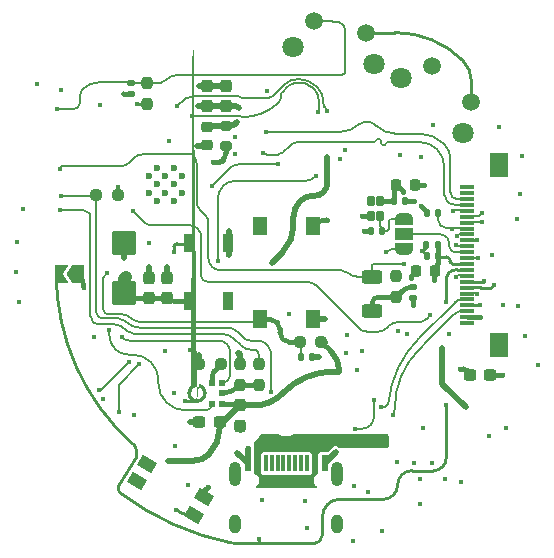
<source format=gbr>
%TF.GenerationSoftware,KiCad,Pcbnew,8.0.5*%
%TF.CreationDate,2025-01-09T20:35:52+01:00*%
%TF.ProjectId,test,74657374-2e6b-4696-9361-645f70636258,rev?*%
%TF.SameCoordinates,PX517370cPY341b1c8*%
%TF.FileFunction,Copper,L1,Top*%
%TF.FilePolarity,Positive*%
%FSLAX46Y46*%
G04 Gerber Fmt 4.6, Leading zero omitted, Abs format (unit mm)*
G04 Created by KiCad (PCBNEW 8.0.5) date 2025-01-09 20:35:52*
%MOMM*%
%LPD*%
G01*
G04 APERTURE LIST*
G04 Aperture macros list*
%AMRoundRect*
0 Rectangle with rounded corners*
0 $1 Rounding radius*
0 $2 $3 $4 $5 $6 $7 $8 $9 X,Y pos of 4 corners*
0 Add a 4 corners polygon primitive as box body*
4,1,4,$2,$3,$4,$5,$6,$7,$8,$9,$2,$3,0*
0 Add four circle primitives for the rounded corners*
1,1,$1+$1,$2,$3*
1,1,$1+$1,$4,$5*
1,1,$1+$1,$6,$7*
1,1,$1+$1,$8,$9*
0 Add four rect primitives between the rounded corners*
20,1,$1+$1,$2,$3,$4,$5,0*
20,1,$1+$1,$4,$5,$6,$7,0*
20,1,$1+$1,$6,$7,$8,$9,0*
20,1,$1+$1,$8,$9,$2,$3,0*%
%AMRotRect*
0 Rectangle, with rotation*
0 The origin of the aperture is its center*
0 $1 length*
0 $2 width*
0 $3 Rotation angle, in degrees counterclockwise*
0 Add horizontal line*
21,1,$1,$2,0,0,$3*%
%AMFreePoly0*
4,1,53,0.180798,1.454629,0.352531,1.394537,0.506585,1.297738,0.635238,1.169085,0.732037,1.015031,0.792129,0.843298,0.812500,0.662500,0.792129,0.481702,0.732037,0.309969,0.635238,0.155915,0.506585,0.027262,0.352531,-0.069537,0.180798,-0.129629,0.000000,-0.150000,-0.180798,-0.129629,-0.352531,-0.069537,-0.506585,0.027262,-0.635238,0.155915,-0.732037,0.309969,-0.792129,0.481702,
-0.812500,0.662500,-0.517770,0.662500,-0.496797,0.516627,-0.435576,0.382572,-0.339067,0.271196,-0.215089,0.191520,-0.073686,0.150000,0.073686,0.150000,0.215089,0.191520,0.339067,0.271196,0.435576,0.382572,0.496797,0.516627,0.517770,0.662500,0.496797,0.808373,0.435576,0.942428,0.339067,1.053804,0.215089,1.133480,0.073686,1.175000,-0.073686,1.175000,-0.215089,1.133480,
-0.339067,1.053804,-0.435576,0.942428,-0.496797,0.808373,-0.517770,0.662500,-0.812500,0.662500,-0.792129,0.843298,-0.732037,1.015031,-0.635238,1.169085,-0.506585,1.297738,-0.352531,1.394537,-0.180798,1.454629,0.000000,1.475000,0.180798,1.454629,0.180798,1.454629,$1*%
%AMFreePoly1*
4,1,6,1.000000,0.000000,0.500000,-0.750000,-0.500000,-0.750000,-0.500000,0.750000,0.500000,0.750000,1.000000,0.000000,1.000000,0.000000,$1*%
%AMFreePoly2*
4,1,6,0.500000,-0.750000,-0.650000,-0.750000,-0.150000,0.000000,-0.650000,0.750000,0.500000,0.750000,0.500000,-0.750000,0.500000,-0.750000,$1*%
%AMFreePoly3*
4,1,19,0.550000,-0.750000,0.000000,-0.750000,0.000000,-0.744911,-0.071157,-0.744911,-0.207708,-0.704816,-0.327430,-0.627875,-0.420627,-0.520320,-0.479746,-0.390866,-0.500000,-0.250000,-0.500000,0.250000,-0.479746,0.390866,-0.420627,0.520320,-0.327430,0.627875,-0.207708,0.704816,-0.071157,0.744911,0.000000,0.744911,0.000000,0.750000,0.550000,0.750000,0.550000,-0.750000,0.550000,-0.750000,
$1*%
%AMFreePoly4*
4,1,19,0.000000,0.744911,0.071157,0.744911,0.207708,0.704816,0.327430,0.627875,0.420627,0.520320,0.479746,0.390866,0.500000,0.250000,0.500000,-0.250000,0.479746,-0.390866,0.420627,-0.520320,0.327430,-0.627875,0.207708,-0.704816,0.071157,-0.744911,0.000000,-0.744911,0.000000,-0.750000,-0.550000,-0.750000,-0.550000,0.750000,0.000000,0.750000,0.000000,0.744911,0.000000,0.744911,
$1*%
G04 Aperture macros list end*
%TA.AperFunction,Conductor*%
%ADD10C,0.250000*%
%TD*%
%TA.AperFunction,SMDPad,CuDef*%
%ADD11RoundRect,0.237500X0.237500X-0.300000X0.237500X0.300000X-0.237500X0.300000X-0.237500X-0.300000X0*%
%TD*%
%TA.AperFunction,SMDPad,CuDef*%
%ADD12RoundRect,0.140000X-0.140000X-0.170000X0.140000X-0.170000X0.140000X0.170000X-0.140000X0.170000X0*%
%TD*%
%TA.AperFunction,SMDPad,CuDef*%
%ADD13R,0.900000X1.500000*%
%TD*%
%TA.AperFunction,SMDPad,CuDef*%
%ADD14RotRect,1.400000X1.000000X330.000000*%
%TD*%
%TA.AperFunction,SMDPad,CuDef*%
%ADD15RoundRect,0.200000X0.275000X-0.200000X0.275000X0.200000X-0.275000X0.200000X-0.275000X-0.200000X0*%
%TD*%
%TA.AperFunction,SMDPad,CuDef*%
%ADD16RoundRect,0.237500X-0.250000X-0.237500X0.250000X-0.237500X0.250000X0.237500X-0.250000X0.237500X0*%
%TD*%
%TA.AperFunction,SMDPad,CuDef*%
%ADD17R,1.300000X1.550000*%
%TD*%
%TA.AperFunction,SMDPad,CuDef*%
%ADD18RoundRect,0.237500X0.300000X0.237500X-0.300000X0.237500X-0.300000X-0.237500X0.300000X-0.237500X0*%
%TD*%
%TA.AperFunction,SMDPad,CuDef*%
%ADD19RoundRect,0.225000X-0.250000X0.225000X-0.250000X-0.225000X0.250000X-0.225000X0.250000X0.225000X0*%
%TD*%
%TA.AperFunction,SMDPad,CuDef*%
%ADD20R,0.522000X0.600000*%
%TD*%
%TA.AperFunction,SMDPad,CuDef*%
%ADD21FreePoly0,0.000000*%
%TD*%
%TA.AperFunction,SMDPad,CuDef*%
%ADD22RoundRect,0.237500X0.237500X-0.250000X0.237500X0.250000X-0.237500X0.250000X-0.237500X-0.250000X0*%
%TD*%
%TA.AperFunction,SMDPad,CuDef*%
%ADD23RoundRect,0.237500X-0.237500X0.300000X-0.237500X-0.300000X0.237500X-0.300000X0.237500X0.300000X0*%
%TD*%
%TA.AperFunction,ComponentPad*%
%ADD24C,1.803400*%
%TD*%
%TA.AperFunction,ComponentPad*%
%ADD25C,1.498600*%
%TD*%
%TA.AperFunction,SMDPad,CuDef*%
%ADD26R,1.300000X0.300000*%
%TD*%
%TA.AperFunction,SMDPad,CuDef*%
%ADD27R,1.600000X2.000000*%
%TD*%
%TA.AperFunction,SMDPad,CuDef*%
%ADD28RoundRect,0.140000X0.140000X0.170000X-0.140000X0.170000X-0.140000X-0.170000X0.140000X-0.170000X0*%
%TD*%
%TA.AperFunction,SMDPad,CuDef*%
%ADD29RoundRect,0.225000X0.225000X0.250000X-0.225000X0.250000X-0.225000X-0.250000X0.225000X-0.250000X0*%
%TD*%
%TA.AperFunction,SMDPad,CuDef*%
%ADD30RoundRect,0.250000X0.625000X-0.312500X0.625000X0.312500X-0.625000X0.312500X-0.625000X-0.312500X0*%
%TD*%
%TA.AperFunction,SMDPad,CuDef*%
%ADD31RoundRect,0.225000X-0.225000X-0.250000X0.225000X-0.250000X0.225000X0.250000X-0.225000X0.250000X0*%
%TD*%
%TA.AperFunction,SMDPad,CuDef*%
%ADD32RoundRect,0.030000X-0.270000X0.357500X-0.270000X-0.357500X0.270000X-0.357500X0.270000X0.357500X0*%
%TD*%
%TA.AperFunction,SMDPad,CuDef*%
%ADD33RoundRect,0.140000X-0.170000X0.140000X-0.170000X-0.140000X0.170000X-0.140000X0.170000X0.140000X0*%
%TD*%
%TA.AperFunction,SMDPad,CuDef*%
%ADD34FreePoly1,180.000000*%
%TD*%
%TA.AperFunction,SMDPad,CuDef*%
%ADD35FreePoly2,180.000000*%
%TD*%
%TA.AperFunction,SMDPad,CuDef*%
%ADD36RoundRect,0.237500X-0.237500X0.250000X-0.237500X-0.250000X0.237500X-0.250000X0.237500X0.250000X0*%
%TD*%
%TA.AperFunction,ComponentPad*%
%ADD37O,1.000000X2.100000*%
%TD*%
%TA.AperFunction,ComponentPad*%
%ADD38O,1.000000X1.600000*%
%TD*%
%TA.AperFunction,SMDPad,CuDef*%
%ADD39R,0.600000X1.450000*%
%TD*%
%TA.AperFunction,SMDPad,CuDef*%
%ADD40R,0.300000X1.450000*%
%TD*%
%TA.AperFunction,SMDPad,CuDef*%
%ADD41FreePoly3,270.000000*%
%TD*%
%TA.AperFunction,SMDPad,CuDef*%
%ADD42R,1.500000X1.000000*%
%TD*%
%TA.AperFunction,SMDPad,CuDef*%
%ADD43FreePoly4,270.000000*%
%TD*%
%TA.AperFunction,SMDPad,CuDef*%
%ADD44RoundRect,0.237500X0.250000X0.237500X-0.250000X0.237500X-0.250000X-0.237500X0.250000X-0.237500X0*%
%TD*%
%TA.AperFunction,SMDPad,CuDef*%
%ADD45RoundRect,0.100000X-0.900000X0.900000X-0.900000X-0.900000X0.900000X-0.900000X0.900000X0.900000X0*%
%TD*%
%TA.AperFunction,HeatsinkPad*%
%ADD46C,0.600000*%
%TD*%
%TA.AperFunction,ViaPad*%
%ADD47C,0.420000*%
%TD*%
%TA.AperFunction,Conductor*%
%ADD48C,0.200000*%
%TD*%
%TA.AperFunction,Conductor*%
%ADD49C,0.400000*%
%TD*%
%TA.AperFunction,Conductor*%
%ADD50C,0.500000*%
%TD*%
%TA.AperFunction,Conductor*%
%ADD51C,1.000000*%
%TD*%
%TA.AperFunction,Conductor*%
%ADD52C,0.160000*%
%TD*%
G04 APERTURE END LIST*
D10*
%TO.N,PMIC_PWRON*%
X-4610170Y-22910845D02*
G75*
G02*
X-14070000Y-18660000I4610170J22910845D01*
G01*
X-13017744Y-14518637D02*
G75*
G02*
X-19499999Y-50000I13017744J14518637D01*
G01*
X-14130000Y-17920000D02*
X-12710000Y-15600000D01*
%TD*%
D11*
%TO.P,C2,1*%
%TO.N,+3V3*%
X-6680000Y14097500D03*
%TO.P,C2,2*%
%TO.N,GND*%
X-6680000Y15822500D03*
%TD*%
D12*
%TO.P,C30,1*%
%TO.N,SW_L1*%
X1230000Y-7170000D03*
%TO.P,C30,2*%
%TO.N,GND*%
X2190000Y-7170000D03*
%TD*%
D13*
%TO.P,D4,1,VDD*%
%TO.N,VSYS*%
X-8215000Y-2440000D03*
%TO.P,D4,2,DOUT*%
%TO.N,unconnected-(D4-DOUT-Pad2)*%
X-4915000Y-2440000D03*
%TO.P,D4,3,VSS*%
%TO.N,GND*%
X-4915000Y2460000D03*
%TO.P,D4,4,DIN*%
%TO.N,LEDCNTRL*%
X-8215000Y2460000D03*
%TD*%
D14*
%TO.P,SW4,*%
%TO.N,*%
X-11789872Y-16217547D03*
X-12639871Y-17689790D03*
%TO.P,SW4,1,1*%
%TO.N,GND*%
X-6940128Y-19017547D03*
%TO.P,SW4,2,2*%
%TO.N,Net-(JP2-A)*%
X-7790129Y-20489791D03*
%TD*%
D15*
%TO.P,R1,1*%
%TO.N,+3V3*%
X-5130000Y10725000D03*
%TO.P,R1,2*%
%TO.N,EN*%
X-5130000Y12375000D03*
%TD*%
D16*
%TO.P,R2,1*%
%TO.N,GND*%
X-7392500Y-7750000D03*
%TO.P,R2,2*%
%TO.N,Net-(MK2-LR)*%
X-5567500Y-7750000D03*
%TD*%
D17*
%TO.P,SW5,*%
%TO.N,*%
X-2250000Y3975000D03*
%TO.P,SW5,1,1*%
%TO.N,GND*%
X2250000Y3975000D03*
X2250000Y-3975000D03*
%TO.P,SW5,2,2*%
%TO.N,SW_L1*%
X-2250000Y-3975000D03*
%TD*%
D18*
%TO.P,C21,1*%
%TO.N,GND*%
X17240000Y-8680000D03*
%TO.P,C21,2*%
%TO.N,VSYS*%
X15515000Y-8680000D03*
%TD*%
D19*
%TO.P,C1,1*%
%TO.N,EN*%
X-6700000Y12325000D03*
%TO.P,C1,2*%
%TO.N,GND*%
X-6700000Y10775000D03*
%TD*%
D20*
%TO.P,MK2,1,WS*%
%TO.N,WS_MIC*%
X-5478000Y-9330000D03*
%TO.P,MK2,2,LR*%
%TO.N,Net-(MK2-LR)*%
X-6300000Y-9330000D03*
D21*
%TO.P,MK2,3,GND*%
%TO.N,GND*%
X-7552000Y-10892500D03*
D20*
%TO.P,MK2,4,SCK*%
%TO.N,BCLK_MIC*%
X-6300000Y-11130000D03*
%TO.P,MK2,5,VDD*%
%TO.N,+3V3*%
X-5478000Y-11130000D03*
%TO.P,MK2,6,SD*%
%TO.N,Net-(MK2-SD)*%
X-5478000Y-10230000D03*
%TD*%
D18*
%TO.P,C4,1*%
%TO.N,+3V3*%
X-5637500Y-12690000D03*
%TO.P,C4,2*%
%TO.N,GND*%
X-7362500Y-12690000D03*
%TD*%
D22*
%TO.P,R12,1*%
%TO.N,+3V3*%
X-11780000Y14257500D03*
%TO.P,R12,2*%
%TO.N,SW_L3*%
X-11780000Y16082500D03*
%TD*%
D12*
%TO.P,C29,1*%
%TO.N,+3V3CAM*%
X9110000Y6080000D03*
%TO.P,C29,2*%
%TO.N,GND*%
X10070000Y6080000D03*
%TD*%
D23*
%TO.P,C26,1*%
%TO.N,GND*%
X-11670000Y-455000D03*
%TO.P,C26,2*%
%TO.N,VSYS*%
X-11670000Y-2180000D03*
%TD*%
D24*
%TO.P,SW2,*%
%TO.N,*%
X14927083Y11787951D03*
X9717637Y16478557D03*
D25*
%TO.P,SW2,1,1*%
%TO.N,GND*%
X15660772Y14478363D03*
%TO.P,SW2,2,2*%
%TO.N,SW_L2*%
X12316619Y17489452D03*
%TD*%
D26*
%TO.P,U3,1,NC*%
%TO.N,unconnected-(U3-NC-Pad1)*%
X15330000Y-4280000D03*
%TO.P,U3,2,AGND*%
%TO.N,GND*%
X15330000Y-3780000D03*
%TO.P,U3,3,SDA*%
%TO.N,CAM_SDA*%
X15330000Y-3280000D03*
%TO.P,U3,4,AVDD*%
%TO.N,+2V8*%
X15330000Y-2780000D03*
%TO.P,U3,5,SCL*%
%TO.N,CAM_SCL*%
X15330000Y-2280000D03*
%TO.P,U3,6,RESET*%
%TO.N,CAM_RESET*%
X15330000Y-1780000D03*
%TO.P,U3,7,VSYNC*%
%TO.N,CAM_VSYNC*%
X15330000Y-1280000D03*
%TO.P,U3,8,PWDN*%
%TO.N,CAM_PWDN*%
X15330000Y-780000D03*
%TO.P,U3,9,HREF*%
%TO.N,CAM_HREF*%
X15330000Y-280000D03*
%TO.P,U3,10,DVDD*%
%TO.N,+1V5*%
X15330000Y220000D03*
%TO.P,U3,11,DOVDD*%
%TO.N,+3V3CAM*%
X15330000Y720000D03*
%TO.P,U3,12,Y9*%
%TO.N,CAM_Y9*%
X15330000Y1220000D03*
%TO.P,U3,13,MCLK*%
%TO.N,Net-(JP1-C)*%
X15330000Y1720000D03*
%TO.P,U3,14,Y8*%
%TO.N,CAM_Y8*%
X15330000Y2220000D03*
%TO.P,U3,15,DGND*%
%TO.N,GND*%
X15330000Y2720000D03*
%TO.P,U3,16,Y7*%
%TO.N,CAM_Y7*%
X15330000Y3220000D03*
%TO.P,U3,17,PCLK*%
%TO.N,CAM_PCLK*%
X15330000Y3720000D03*
%TO.P,U3,18,Y6*%
%TO.N,CAM_Y6*%
X15330000Y4220000D03*
%TO.P,U3,19,Y2*%
%TO.N,CAM_Y2*%
X15330000Y4720000D03*
%TO.P,U3,20,Y5*%
%TO.N,CAM_Y5*%
X15330000Y5220000D03*
%TO.P,U3,21,Y3*%
%TO.N,CAM_Y3*%
X15330000Y5720000D03*
%TO.P,U3,22,Y4*%
%TO.N,CAM_Y4*%
X15330000Y6220000D03*
%TO.P,U3,23,NC*%
%TO.N,unconnected-(U3-NC-Pad23)*%
X15330000Y6720000D03*
%TO.P,U3,24,NC*%
%TO.N,unconnected-(U3-NC-Pad24)*%
X15330000Y7220000D03*
D27*
%TO.P,U3,MP*%
%TO.N,N/C*%
X18010000Y-6130000D03*
X18010000Y9070000D03*
%TD*%
D28*
%TO.P,C33,1*%
%TO.N,CAM_CLKINTRNL*%
X8120000Y3538000D03*
%TO.P,C33,2*%
%TO.N,GND*%
X7160000Y3538000D03*
%TD*%
D29*
%TO.P,C23,1*%
%TO.N,GND*%
X10855000Y7440000D03*
%TO.P,C23,2*%
%TO.N,+3V3CAM*%
X9305000Y7440000D03*
%TD*%
D16*
%TO.P,R10,1*%
%TO.N,PMIC_IRQ*%
X-16092500Y6530000D03*
%TO.P,R10,2*%
%TO.N,+3V3*%
X-14267500Y6530000D03*
%TD*%
D22*
%TO.P,R3,1*%
%TO.N,Net-(MK2-SD)*%
X-3949500Y-9552500D03*
%TO.P,R3,2*%
%TO.N,GND*%
X-3949500Y-7727500D03*
%TD*%
D23*
%TO.P,C25,1*%
%TO.N,GND*%
X-10120000Y-437500D03*
%TO.P,C25,2*%
%TO.N,VSYS*%
X-10120000Y-2162500D03*
%TD*%
D28*
%TO.P,C31,1*%
%TO.N,+3V3CAM*%
X12830000Y1390000D03*
%TO.P,C31,2*%
%TO.N,GND*%
X11870000Y1390000D03*
%TD*%
D30*
%TO.P,NC3,1*%
%TO.N,Net-(C13-Pad1)*%
X7257500Y-3264500D03*
%TO.P,NC3,2*%
%TO.N,CAM_RESET*%
X7257500Y-339500D03*
%TD*%
D11*
%TO.P,C3,1*%
%TO.N,+3V3*%
X-5110000Y14097500D03*
%TO.P,C3,2*%
%TO.N,GND*%
X-5110000Y15822500D03*
%TD*%
D31*
%TO.P,C24,1*%
%TO.N,GND*%
X11012500Y148000D03*
%TO.P,C24,2*%
%TO.N,+3V3CAM*%
X12562500Y148000D03*
%TD*%
D32*
%TO.P,U4,1,OE*%
%TO.N,unconnected-(U4-OE-Pad1)*%
X7140000Y6053400D03*
%TO.P,U4,2,GND*%
%TO.N,GND*%
X7140000Y4778400D03*
%TO.P,U4,3,OUT*%
%TO.N,CAM_CLKINTRNL*%
X7940000Y4778400D03*
%TO.P,U4,4,VDD*%
%TO.N,+3V3CAM*%
X7940000Y6053400D03*
%TD*%
D33*
%TO.P,C13,1*%
%TO.N,Net-(C13-Pad1)*%
X10740000Y-1190000D03*
%TO.P,C13,2*%
%TO.N,GND*%
X10740000Y-2150000D03*
%TD*%
D34*
%TO.P,JP3,1,A*%
%TO.N,Net-(JP3-A)*%
X-17670000Y-100000D03*
D35*
%TO.P,JP3,2,B*%
%TO.N,PMIC_PWRON*%
X-19120000Y-100000D03*
%TD*%
D36*
%TO.P,R4,1*%
%TO.N,I2SDAT_MIC*%
X-2359500Y-7707500D03*
%TO.P,R4,2*%
%TO.N,Net-(MK2-SD)*%
X-2359500Y-9532500D03*
%TD*%
D37*
%TO.P,P1,*%
%TO.N,*%
X-4320000Y-17080000D03*
D38*
X-4320000Y-21260000D03*
D37*
X4320000Y-17080000D03*
D39*
%TO.P,P1,A1,GND*%
%TO.N,GND*%
X-3250000Y-16165000D03*
%TO.P,P1,A4,VBUS*%
%TO.N,VBUS*%
X-2450000Y-16165000D03*
D40*
%TO.P,P1,A5,CC*%
%TO.N,unconnected-(P1-CC-PadA5)*%
X-1250000Y-16165000D03*
%TO.P,P1,A6,D+*%
%TO.N,unconnected-(P1-D+-PadA6)*%
X-250000Y-16165000D03*
%TO.P,P1,A7,D-*%
%TO.N,unconnected-(P1-D--PadA7)*%
X250000Y-16165000D03*
%TO.P,P1,A8*%
%TO.N,N/C*%
X1250000Y-16165000D03*
D39*
%TO.P,P1,A9,VBUS*%
%TO.N,VBUS*%
X2450000Y-16165000D03*
%TO.P,P1,A12,GND*%
%TO.N,GND*%
X3250000Y-16165000D03*
%TO.P,P1,B1,GND*%
X3250000Y-16165000D03*
%TO.P,P1,B4,VBUS*%
%TO.N,VBUS*%
X2450000Y-16165000D03*
D40*
%TO.P,P1,B5,VCONN*%
%TO.N,unconnected-(P1-VCONN-PadB5)*%
X1750000Y-16165000D03*
%TO.P,P1,B6*%
%TO.N,N/C*%
X750000Y-16165000D03*
%TO.P,P1,B7*%
X-750000Y-16165000D03*
%TO.P,P1,B8*%
X-1750000Y-16165000D03*
D39*
%TO.P,P1,B9,VBUS*%
%TO.N,VBUS*%
X-2450000Y-16165000D03*
%TO.P,P1,B12,GND*%
%TO.N,GND*%
X-3250000Y-16165000D03*
D38*
%TO.P,P1,S1,SHIELD*%
%TO.N,Net-(P1-SHIELD)*%
X4320000Y-21260000D03*
%TD*%
D33*
%TO.P,C27,1*%
%TO.N,SW_L3*%
X-13170000Y16050000D03*
%TO.P,C27,2*%
%TO.N,GND*%
X-13170000Y15090000D03*
%TD*%
D23*
%TO.P,C5,1*%
%TO.N,+3V3*%
X-3939500Y-11257500D03*
%TO.P,C5,2*%
%TO.N,GND*%
X-3939500Y-12982500D03*
%TD*%
D24*
%TO.P,SW1,*%
%TO.N,*%
X7456432Y17622643D03*
X599616Y19080103D03*
D25*
%TO.P,SW1,1,1*%
%TO.N,GND*%
X6746619Y20319452D03*
%TO.P,SW1,2,2*%
%TO.N,SW_L3*%
X2344953Y21255056D03*
%TD*%
D28*
%TO.P,C9,1*%
%TO.N,CAM_PCLK*%
X12830000Y5000000D03*
%TO.P,C9,2*%
%TO.N,GND*%
X11870000Y5000000D03*
%TD*%
D41*
%TO.P,JP1,1,A*%
%TO.N,CAM_CLKINTRNL*%
X9940000Y4560000D03*
D42*
%TO.P,JP1,2,C*%
%TO.N,Net-(JP1-C)*%
X9940000Y3260000D03*
D43*
%TO.P,JP1,3,B*%
%TO.N,CAM_MCLK*%
X9940000Y1960000D03*
%TD*%
D44*
%TO.P,R15,1*%
%TO.N,+3V3*%
X2965000Y-5860000D03*
%TO.P,R15,2*%
%TO.N,SW_L1*%
X1140000Y-5860000D03*
%TD*%
D45*
%TO.P,3v3J2,1,Pin_1*%
%TO.N,GND*%
X-13710000Y2516100D03*
%TO.P,3v3J2,2,Pin_2*%
%TO.N,VSYS*%
X-13710000Y-1751100D03*
%TD*%
D28*
%TO.P,C10,1*%
%TO.N,+3V3CAM*%
X12820000Y2360000D03*
%TO.P,C10,2*%
%TO.N,GND*%
X11860000Y2360000D03*
%TD*%
D22*
%TO.P,R7,1*%
%TO.N,Net-(C13-Pad1)*%
X9250000Y-2105000D03*
%TO.P,R7,2*%
%TO.N,+3V3CAM*%
X9250000Y-280000D03*
%TD*%
D46*
%TO.P,U2,41,GND*%
%TO.N,GND*%
X-8845000Y6760000D03*
X-8845000Y8160000D03*
X-9545000Y6060000D03*
X-9545000Y7460000D03*
X-9545000Y8860000D03*
X-10245000Y6760000D03*
X-10245000Y8160000D03*
X-10945000Y6060000D03*
X-10945000Y7460000D03*
X-10945000Y8860000D03*
X-11645000Y6760000D03*
X-11645000Y8160000D03*
%TD*%
D47*
%TO.N,GND*%
X-22920000Y60000D03*
X3400000Y4450000D03*
X11370000Y9810000D03*
X-4910000Y1460000D03*
X-1670000Y15400000D03*
X-3940000Y-13322700D03*
X-13780000Y15130000D03*
X-15740000Y14170000D03*
X14750000Y-17710000D03*
X19990000Y9870000D03*
X10710000Y-2760000D03*
X-2030000Y-19260000D03*
X-4150000Y-15260000D03*
X18600000Y-13200000D03*
X200000Y-3490000D03*
X-7550000Y10680000D03*
X-4390000Y11510000D03*
X-7420000Y15830000D03*
X5160000Y-5280000D03*
X-12890000Y-12090000D03*
X-16270000Y-5490000D03*
X1580000Y-19310000D03*
X5600000Y-22700000D03*
X6610000Y3530000D03*
X12300000Y-16140000D03*
X5690000Y-18060000D03*
X19790000Y6650000D03*
X6010000Y-8270000D03*
X-6640000Y-18180000D03*
X16170000Y2750000D03*
X-8570000Y-10900000D03*
X18321724Y-8700000D03*
X-10120000Y470000D03*
X18010000Y12340000D03*
X-4890000Y3500000D03*
X-9450000Y-14700000D03*
X5000000Y10400000D03*
X5050000Y-6780000D03*
X-3240000Y-14910000D03*
X-4060000Y-6810000D03*
X3290000Y-3970000D03*
X21320000Y-7810000D03*
X8130000Y-21850000D03*
X17450000Y1450000D03*
X16380000Y-3740000D03*
X6420002Y4790000D03*
X2740000Y-7170000D03*
X4170000Y-15230000D03*
X-7400000Y-7020000D03*
X-15560000Y-10750000D03*
X18350000Y-2760000D03*
X19560000Y4560000D03*
X11481511Y1830000D03*
X20172490Y-5397500D03*
X11280000Y-19600000D03*
X-8140000Y-12690000D03*
X-4340000Y10020000D03*
X11420001Y5609999D03*
X-19100000Y15410000D03*
X10560000Y-480000D03*
X9380000Y-16080000D03*
X10799998Y6040000D03*
X6420000Y-6620000D03*
X1730000Y-21660000D03*
X-10250000Y-6610000D03*
X-11610000Y2540000D03*
X-22810000Y2600000D03*
X-22620000Y-2500000D03*
X-8170000Y-6570000D03*
X11340000Y-17500000D03*
X-21082000Y16002000D03*
X-13710000Y1230000D03*
X11660000Y7440000D03*
X17190000Y-13860000D03*
X-9980000Y11170000D03*
X9460000Y-4940000D03*
X-11670000Y470000D03*
X13400000Y-17500000D03*
X-22300000Y5380000D03*
X10840000Y-16120000D03*
X6930000Y-18580000D03*
X12390000Y12450000D03*
X-8290000Y-17960000D03*
%TO.N,EN*%
X-4145016Y12715016D03*
%TO.N,+3V3*%
X4460000Y-8380000D03*
X4540000Y9580000D03*
X-12653917Y14257476D03*
X2810000Y-8507657D03*
X9600000Y9930000D03*
X-5780000Y-14130000D03*
X13800000Y-5200000D03*
X-10040000Y-15920000D03*
X-4045538Y13910000D03*
X-6250000Y9330000D03*
X19570000Y-2799998D03*
X-14267500Y7200000D03*
X-7470000Y14090000D03*
%TO.N,VSYS*%
X-9510000Y-10180000D03*
X14710000Y-8150000D03*
X10200000Y-5200000D03*
X11600000Y-13170000D03*
X3470000Y9780000D03*
X-13600000Y-200000D03*
X-1240000Y830000D03*
%TO.N,CAM_PCLK*%
X14050000Y3720000D03*
%TO.N,+2V8*%
X16354141Y-2759998D03*
%TO.N,VBUS*%
X6840000Y-13960000D03*
X7980000Y-13960000D03*
%TO.N,SW_L3*%
X-19450000Y13820000D03*
%TO.N,SW_L1*%
X-15150000Y-70000D03*
%TO.N,Net-(D1-K)*%
X5780000Y-13230000D03*
X7390000Y-10780000D03*
%TO.N,+3V3CAM*%
X12460000Y-650000D03*
X15200000Y-11400000D03*
X13200000Y-6400000D03*
X9200000Y0D03*
X9890000Y6820000D03*
%TO.N,LEDCNTRL*%
X-9530000Y1720000D03*
%TO.N,RXD*%
X2710000Y13630000D03*
X-7980000Y13240000D03*
%TO.N,TXD*%
X3410000Y13640000D03*
X-9264693Y14114693D03*
%TO.N,GPIO0*%
X-713589Y9164400D03*
X-6340000Y7310000D03*
%TO.N,GPIO46*%
X-5810000Y1000000D03*
X2530000Y8170000D03*
%TO.N,CAM_PWDN*%
X16690000Y-740000D03*
%TO.N,CAM_RESET*%
X10000000Y700000D03*
X16130000Y-1800000D03*
X-19200000Y8800000D03*
%TO.N,PMIC_PWRON*%
X13530000Y-11210000D03*
X-2310000Y-22590000D03*
%TO.N,I2SDAT_MIC*%
X-19170000Y5250000D03*
%TO.N,CAM_SDA*%
X8990000Y-12050000D03*
%TO.N,CAM_SCL*%
X7970000Y-11400000D03*
%TO.N,PMIC_IRQ*%
X-19110000Y6510000D03*
X-1330000Y-10120000D03*
%TO.N,BCLK_AMP*%
X-15900000Y-9930000D03*
X-13360000Y-7580000D03*
%TO.N,WS_AMP*%
X-14180000Y-11800000D03*
X-12440000Y-7760000D03*
%TO.N,CAM_Y3*%
X-1940000Y10110000D03*
%TO.N,CAM_MCLK*%
X8470000Y1770000D03*
%TO.N,BCLK_MIC*%
X-15030000Y-4880000D03*
%TO.N,CAM_Y5*%
X14120000Y5230000D03*
%TO.N,CAM_Y6*%
X16550000Y4260000D03*
%TO.N,WS_MIC*%
X-13920000Y-5490000D03*
%TO.N,CAM_Y4*%
X-1720000Y11930000D03*
%TO.N,CAM_Y8*%
X14319117Y2319117D03*
%TO.N,CAM_VSYNC*%
X12200000Y-3600000D03*
X17550000Y-1020000D03*
X-13000000Y5200000D03*
%TO.N,CAM_Y9*%
X16230000Y1250000D03*
%TO.N,CAM_Y2*%
X16579376Y5010624D03*
%TO.N,CAM_HREF*%
X14400000Y-400000D03*
%TO.N,CAM_Y7*%
X14430000Y3130000D03*
%TO.N,+1V5*%
X13534976Y-2463401D03*
%TO.N,Net-(JP2-A)*%
X-9340000Y-20070000D03*
%TO.N,Net-(JP3-A)*%
X-17140000Y-1300000D03*
%TD*%
D48*
%TO.N,CAM_Y8*%
X14693847Y2250000D02*
X15385000Y2250000D01*
X14319117Y2319117D02*
X14485303Y2319117D01*
X14485303Y2319117D02*
X14523009Y2281411D01*
X14523009Y2281411D02*
G75*
G03*
X14693847Y2249994I178491J490389D01*
G01*
D49*
%TO.N,GND*%
X11870000Y5000000D02*
X11870000Y5160000D01*
X10560000Y-304500D02*
X10560000Y-480000D01*
D50*
X-6680000Y15822500D02*
X-7412500Y15822500D01*
X-3253536Y-16156465D02*
X-4150000Y-15260000D01*
X-3250000Y-16165000D02*
X-3250000Y-14934142D01*
D49*
X10791998Y6048000D02*
X10799998Y6040000D01*
D50*
X2250000Y-3975000D02*
X3285000Y-3975000D01*
X-5110000Y15822500D02*
X-6680000Y15822500D01*
X-6700000Y10687500D02*
X-7542500Y10687500D01*
D49*
X10707500Y-2192000D02*
X10707500Y-2753965D01*
D50*
X-7542500Y10687500D02*
X-7550000Y10680000D01*
X-7362500Y-12690000D02*
X-8140000Y-12690000D01*
X-10120000Y-437500D02*
X-10120000Y470000D01*
D10*
X-8562500Y-10892500D02*
X-8570000Y-10900000D01*
D50*
X-3949500Y-6920500D02*
X-4060000Y-6810000D01*
D49*
X10855000Y7440000D02*
X11660000Y7440000D01*
D50*
X-4890000Y1480000D02*
X-4890000Y2450000D01*
D49*
X7140000Y4778400D02*
X6431602Y4778400D01*
D10*
X6746619Y20319452D02*
X9219637Y20319452D01*
D50*
X-4890000Y2450000D02*
X-4890000Y3500000D01*
X2190000Y-7170000D02*
X2740000Y-7170000D01*
X-3250000Y-16165000D02*
X-3253536Y-16156465D01*
D49*
X10080000Y6048000D02*
X10791998Y6048000D01*
X6431602Y4778400D02*
X6420002Y4790000D01*
X-6824466Y-18364465D02*
X-6640000Y-18180000D01*
D10*
X11650000Y1720000D02*
X11581360Y1788640D01*
D49*
X6629313Y3538000D02*
X6610000Y3530000D01*
D10*
X11819164Y2119163D02*
X11590000Y1890000D01*
D49*
X11870000Y5160000D02*
X11420001Y5609999D01*
D50*
X3260607Y-16139394D02*
X4170000Y-15230000D01*
D10*
X11768252Y1601748D02*
X11650000Y1720000D01*
X-7552000Y-10892500D02*
X-8562500Y-10892500D01*
D50*
X-7412500Y15822500D02*
X-7420000Y15830000D01*
D10*
X14940000Y17950000D02*
X14950502Y17939498D01*
D49*
X11012500Y148000D02*
X10560000Y-304500D01*
D10*
X11590000Y1890000D02*
X11560234Y1862609D01*
D50*
X-3949500Y-7727500D02*
X-3949500Y-6920500D01*
X-7392500Y-7750000D02*
X-7392500Y-7038106D01*
X-7392500Y-7038106D02*
X-7400000Y-7020000D01*
D49*
X-3939500Y-12982500D02*
X-3939500Y-13322200D01*
D10*
X11481509Y1830000D02*
X11481511Y1830000D01*
X15660772Y16224755D02*
X15660772Y14478363D01*
D49*
X-3939500Y-13322200D02*
X-3940000Y-13322700D01*
X3400000Y4450000D02*
X3396751Y4450000D01*
D50*
X-13710000Y2516100D02*
X-13710000Y1230000D01*
D49*
X10707500Y-2753965D02*
X10710000Y-2760000D01*
D50*
X-11670000Y-455000D02*
X-11670000Y470000D01*
D49*
X17240000Y-8680000D02*
X18273440Y-8680000D01*
D50*
X3285000Y-3975000D02*
X3290000Y-3970000D01*
D49*
X15385000Y-3750000D02*
X16370000Y-3750000D01*
X16370000Y-3750000D02*
X16380000Y-3740000D01*
X-13150000Y15120000D02*
X-13755858Y15120000D01*
X7160000Y3538000D02*
X6629313Y3538000D01*
D10*
X15385000Y2750000D02*
X16170000Y2750000D01*
X11877500Y1338000D02*
G75*
G03*
X11768253Y1601749I-373000J0D01*
G01*
D49*
X18273440Y-8680000D02*
G75*
G02*
X18321707Y-8700017I-40J-68300D01*
G01*
D10*
X11581360Y1788640D02*
G75*
G03*
X11481509Y1830009I-99860J-99840D01*
G01*
D50*
X-3250000Y-14934142D02*
G75*
G02*
X-3240012Y-14909988I34100J42D01*
G01*
D10*
X11877500Y2260000D02*
G75*
G02*
X11819169Y2119158I-199200J0D01*
G01*
D49*
X3396751Y4450000D02*
G75*
G03*
X2249985Y3975015I-51J-1621700D01*
G01*
D10*
X11560234Y1862609D02*
G75*
G02*
X11481509Y1829984I-78734J78691D01*
G01*
X14950502Y17939498D02*
G75*
G02*
X15660752Y16224755I-1714702J-1714698D01*
G01*
D50*
X3250000Y-16165000D02*
G75*
G02*
X3260609Y-16139396I36200J0D01*
G01*
D49*
X-13755858Y15120000D02*
G75*
G02*
X-13780012Y15129988I-42J34100D01*
G01*
D10*
X9219637Y20319452D02*
G75*
G02*
X14939989Y17949989I-37J-8089852D01*
G01*
D49*
X-7070128Y-18957547D02*
G75*
G02*
X-6824436Y-18364495I838728J-53D01*
G01*
D50*
%TO.N,EN*%
X-5180000Y12412500D02*
X-5130000Y12462500D01*
X-5130000Y12462500D02*
X-4397532Y12462500D01*
X-4397532Y12462500D02*
X-4145016Y12715016D01*
X-6700000Y12412500D02*
X-5180000Y12412500D01*
%TO.N,+3V3*%
X-5110000Y14097500D02*
X-4233038Y14097500D01*
X-6680000Y14097500D02*
X-6745396Y14100688D01*
D10*
X-11780000Y14257500D02*
X-12653893Y14257500D01*
D50*
X-6745396Y14100688D02*
X-7444197Y14100688D01*
D49*
X3244436Y-5860000D02*
X2965000Y-5860000D01*
D50*
X-5184263Y-12502263D02*
X-3939500Y-11257500D01*
D49*
X-5470503Y9439498D02*
X-5400000Y9510000D01*
D50*
X4460000Y-8380000D02*
X4460000Y-8274852D01*
D10*
X-12653893Y14257500D02*
X-12653917Y14257476D01*
D50*
X4460000Y-8390000D02*
X4460000Y-8380000D01*
D49*
X-5478000Y-11130000D02*
X-4247312Y-11130000D01*
D50*
X3988306Y-8390000D02*
X4460000Y-8390000D01*
X-370000Y-10280000D02*
X-225356Y-10135356D01*
X-6680000Y14097500D02*
X-5110000Y14097500D01*
X3809566Y-6704567D02*
X3780000Y-6675000D01*
X-10040000Y-15920000D02*
X-7797106Y-15920000D01*
D10*
X-14267500Y7200000D02*
X-14267500Y6530000D01*
D50*
X-4233038Y14097500D02*
X-4045538Y13910000D01*
D48*
X-5130000Y10637500D02*
X-5130000Y10450000D01*
D49*
X3780000Y-6675000D02*
X2965000Y-5860000D01*
X-5130000Y10161837D02*
X-5130000Y10637500D01*
D50*
X-5637500Y-13120462D02*
X-5637500Y-12690000D01*
X-3939500Y-11257500D02*
X-2729893Y-11257500D01*
D49*
X-6250000Y9330000D02*
X-5734853Y9330000D01*
X-4247312Y-11130000D02*
G75*
G02*
X-3939496Y-11257496I12J-435300D01*
G01*
D50*
X-7797106Y-15920000D02*
G75*
G03*
X-6589998Y-15420002I6J1707100D01*
G01*
X-225356Y-10135356D02*
G75*
G02*
X3988306Y-8389999I4213656J-4213644D01*
G01*
X-7444197Y14100688D02*
G75*
G03*
X-7470001Y14090001I-3J-36488D01*
G01*
D49*
X-5734853Y9330000D02*
G75*
G03*
X-5470536Y9439531I-47J373800D01*
G01*
D50*
X-5637500Y-12690000D02*
G75*
G03*
X-5184258Y-12502268I0J641000D01*
G01*
D49*
X-5400000Y9510000D02*
G75*
G03*
X-5130016Y10161837I-651800J651800D01*
G01*
D50*
X-6590000Y-15420000D02*
G75*
G03*
X-5637516Y-13120462I-2299500J2299500D01*
G01*
X4460000Y-8274852D02*
G75*
G03*
X3809539Y-6704594I-2220700J-48D01*
G01*
X-2729893Y-11257500D02*
G75*
G03*
X-370002Y-10279998I-7J3337400D01*
G01*
D49*
%TO.N,VSYS*%
X15515000Y-8675000D02*
X15515000Y-8680000D01*
X-9425914Y-2450000D02*
X-8190000Y-2450000D01*
X-11670000Y-2180000D02*
X-10137500Y-2180000D01*
D51*
X-13710000Y-1751100D02*
X-13710000Y-510000D01*
D50*
X1150000Y6030000D02*
X1167451Y6047451D01*
D49*
X14710000Y-8150000D02*
X14990000Y-8150000D01*
D51*
X-13710000Y-510000D02*
X-13600000Y-400000D01*
D50*
X3470000Y7634974D02*
X3470000Y9780000D01*
X600000Y3954005D02*
X600000Y4702183D01*
D49*
X-11670000Y-2180000D02*
X-13281100Y-2180000D01*
D50*
X2260000Y6500000D02*
X2435442Y6500000D01*
X3108995Y6778995D02*
X3120000Y6790000D01*
X-1240000Y830000D02*
X-1240000Y820000D01*
X-1240000Y820000D02*
X-315000Y1745000D01*
X-315000Y1745000D02*
G75*
G03*
X599998Y3954005I-2209000J2209000D01*
G01*
D49*
X-8335000Y-2595000D02*
G75*
G03*
X-8190000Y-2450000I0J145000D01*
G01*
D50*
X2435442Y6500000D02*
G75*
G03*
X3108964Y6779026I-42J952500D01*
G01*
X1167451Y6047451D02*
G75*
G02*
X2260000Y6499999I1092549J-1092551D01*
G01*
D49*
X14990000Y-8150000D02*
G75*
G02*
X15515000Y-8675000I0J-525000D01*
G01*
X-10120000Y-2162500D02*
G75*
G03*
X-9425914Y-2450006I694100J694100D01*
G01*
D50*
X600000Y4702183D02*
G75*
G02*
X1149995Y6030005I1877800J17D01*
G01*
X3120000Y6790000D02*
G75*
G03*
X3470010Y7634974I-845000J845000D01*
G01*
D52*
%TO.N,CAM_PCLK*%
X12830000Y4476378D02*
X12830000Y5000000D01*
X13595269Y3750000D02*
X13977574Y3750000D01*
X12837500Y4468878D02*
X12830000Y4476378D01*
X15385000Y3750000D02*
X14122426Y3750000D01*
X13595269Y3750000D02*
G75*
G02*
X13040009Y3980009I31J785300D01*
G01*
X13040000Y3980000D02*
G75*
G02*
X12837491Y4468878I488900J488900D01*
G01*
X13977574Y3750000D02*
G75*
G02*
X14050008Y3720008I26J-102400D01*
G01*
X14122426Y3750000D02*
G75*
G03*
X14049992Y3720008I-26J-102400D01*
G01*
D10*
%TO.N,+2V8*%
X15385000Y-2750000D02*
X16330004Y-2750000D01*
X16330004Y-2750000D02*
G75*
G02*
X16354132Y-2760007I-4J-34100D01*
G01*
D49*
%TO.N,Net-(C13-Pad1)*%
X9709696Y-1645304D02*
X9250000Y-2105000D01*
X7257500Y-2612309D02*
X7257500Y-3264500D01*
X9250000Y-2105000D02*
X7697634Y-2105000D01*
X10707500Y-1232000D02*
G75*
G03*
X9709698Y-1645306I0J-1411100D01*
G01*
X7697634Y-2105000D02*
G75*
G03*
X7419990Y-2219990I-34J-392600D01*
G01*
X7420000Y-2220000D02*
G75*
G03*
X7257504Y-2612309I392300J-392300D01*
G01*
D48*
%TO.N,SW_L3*%
X-13174142Y16090000D02*
X-15958752Y16090000D01*
X-17460000Y14474142D02*
X-17460000Y14414558D01*
D52*
X4999401Y17105713D02*
X4999401Y17017548D01*
D48*
X-17190000Y15580000D02*
X-17200502Y15569498D01*
D52*
X-10653794Y16082500D02*
X-11780000Y16082500D01*
X3950000Y21250000D02*
X4081594Y21250000D01*
X3944944Y21255056D02*
X3950000Y21250000D01*
X4830000Y20940000D02*
X4844886Y20926312D01*
X5000000Y17120000D02*
X4999401Y17105713D01*
D48*
X-18026274Y13820000D02*
X-19450000Y13820000D01*
D52*
X2344953Y21255056D02*
X3944944Y21255056D01*
X4688579Y16750000D02*
X-9060467Y16750000D01*
X-11780000Y16082500D02*
X-13143965Y16082500D01*
D48*
X-17460000Y14943015D02*
X-17460000Y14474142D01*
D52*
X5000000Y20551834D02*
X5000000Y17120000D01*
X-13143965Y16082500D02*
X-13150000Y16080000D01*
X-10340000Y16220000D02*
X-10354886Y16206312D01*
X-9060467Y16750000D02*
G75*
G03*
X-10340010Y16220010I-33J-1809500D01*
G01*
X4844886Y20926312D02*
G75*
G02*
X5000022Y20551834I-374486J-374512D01*
G01*
D48*
X-17640000Y13980000D02*
G75*
G02*
X-18026274Y13819989I-386300J386300D01*
G01*
D52*
X4999401Y17017548D02*
G75*
G02*
X4930035Y16849965I-237001J-48D01*
G01*
D48*
X-15958752Y16090000D02*
G75*
G03*
X-17189985Y15579985I52J-1741300D01*
G01*
D52*
X4930000Y16850000D02*
G75*
G02*
X4688579Y16750009I-241400J241400D01*
G01*
X4081594Y21250000D02*
G75*
G02*
X4830002Y20940002I6J-1058400D01*
G01*
D48*
X-13150000Y16080000D02*
G75*
G03*
X-13174142Y16089983I-24100J-24100D01*
G01*
X-17200502Y15569498D02*
G75*
G03*
X-17460005Y14943015I626502J-626498D01*
G01*
D52*
X-10354886Y16206312D02*
G75*
G02*
X-10653794Y16082490I-298914J298888D01*
G01*
D48*
X-17460000Y14414558D02*
G75*
G02*
X-17640012Y13980012I-614600J42D01*
G01*
D49*
%TO.N,SW_L1*%
X-1381335Y-3975000D02*
X-2250000Y-3975000D01*
D48*
X-13990000Y-3520000D02*
X-15152721Y-3520000D01*
X-15520000Y-3067868D02*
X-15520000Y-440000D01*
X-15520000Y-440000D02*
X-15150000Y-70000D01*
D49*
X-560000Y-5070589D02*
X-560000Y-4795269D01*
D48*
X-13030000Y-3970000D02*
X-13119375Y-3880624D01*
D49*
X-790000Y-4240000D02*
X-829695Y-4203497D01*
D48*
X-2769055Y-4190000D02*
X-12498874Y-4190000D01*
D49*
X1140000Y-5860000D02*
X342426Y-5860000D01*
D48*
X1230000Y-7170000D02*
X1230000Y-6077279D01*
D49*
X342426Y-5860000D02*
X186984Y-5860000D01*
D48*
X-13119375Y-3880624D02*
G75*
G03*
X-13990000Y-3519985I-870625J-870576D01*
G01*
X-12498874Y-4190000D02*
G75*
G02*
X-13030008Y-3970008I-26J751100D01*
G01*
X-2250000Y-3975000D02*
G75*
G02*
X-2769055Y-4190018I-519100J519100D01*
G01*
D49*
X186984Y-5860000D02*
G75*
G02*
X-319996Y-5649996I16J717000D01*
G01*
X-560000Y-4795269D02*
G75*
G03*
X-790009Y-4240009I-785300J-31D01*
G01*
D48*
X-15370000Y-3430000D02*
G75*
G02*
X-15519987Y-3067868I362100J362100D01*
G01*
X-15152721Y-3520000D02*
G75*
G02*
X-15369994Y-3429994I21J307300D01*
G01*
X1230000Y-6077279D02*
G75*
G03*
X1139994Y-5860006I-307300J-21D01*
G01*
D49*
X-2286000Y-4011000D02*
G75*
G02*
X-2250000Y-3975000I36000J0D01*
G01*
X-320000Y-5650000D02*
G75*
G02*
X-559995Y-5070589I579400J579400D01*
G01*
X-829695Y-4203497D02*
G75*
G03*
X-1381335Y-3975014I-551605J-551603D01*
G01*
D48*
%TO.N,Net-(D1-K)*%
X7140000Y-12900000D02*
X7101214Y-12938786D01*
X7390000Y-10780000D02*
X7390000Y-12296447D01*
X6398162Y-13230000D02*
X5780000Y-13230000D01*
X7101214Y-12938786D02*
G75*
G02*
X6398162Y-13229963I-703014J703086D01*
G01*
X7390000Y-12296447D02*
G75*
G02*
X7139986Y-12899986I-853600J47D01*
G01*
D50*
%TO.N,+3V3CAM*%
X13200000Y-9400000D02*
X13200000Y-6400000D01*
D10*
X14044852Y750000D02*
X15385000Y750000D01*
D50*
X15200000Y-11400000D02*
X13200000Y-9400000D01*
D49*
X9120000Y6048000D02*
X9120000Y6993371D01*
X9865606Y6879395D02*
X9305000Y7440000D01*
X9890000Y6820000D02*
X9890000Y6869290D01*
D10*
X13850000Y1071006D02*
X13850000Y930710D01*
D49*
X12837500Y1338000D02*
X12837500Y811908D01*
D10*
X12837500Y1338000D02*
X13543408Y1338000D01*
D49*
X9106964Y6053400D02*
X9120000Y6048000D01*
X12837500Y1338000D02*
X12837500Y2260000D01*
D50*
X9250000Y-50000D02*
X9200000Y0D01*
D49*
X12729227Y367924D02*
X12460000Y98697D01*
X12460000Y98697D02*
X12460000Y-650000D01*
X7940000Y6053400D02*
X9106964Y6053400D01*
D50*
X9250000Y-280000D02*
X9250000Y-50000D01*
D10*
X13900000Y810000D02*
G75*
G03*
X14044852Y749980I144900J144900D01*
G01*
X13780000Y1240000D02*
G75*
G02*
X13850002Y1071006I-169000J-169000D01*
G01*
D49*
X9120000Y6993371D02*
G75*
G02*
X9304991Y7440009I631600J29D01*
G01*
X12837500Y811908D02*
G75*
G02*
X12729213Y367931I-990500J6392D01*
G01*
D10*
X13543408Y1338000D02*
G75*
G02*
X13779998Y1239998I-8J-334600D01*
G01*
X13850000Y930710D02*
G75*
G03*
X13899997Y809997I170700J-10D01*
G01*
D49*
X9890000Y6869290D02*
G75*
G02*
X9865603Y6879392I0J34510D01*
G01*
D10*
%TO.N,LEDCNTRL*%
X-9530000Y2171006D02*
X-9530000Y1720000D01*
X-8190000Y2450000D02*
X-9247574Y2450000D01*
X-9422426Y2377574D02*
X-9460000Y2340000D01*
X-9247574Y2450000D02*
G75*
G03*
X-9422444Y2377592I-26J-247300D01*
G01*
X-9460000Y2340000D02*
G75*
G03*
X-9530002Y2171006I169000J-169000D01*
G01*
D52*
%TO.N,RXD*%
X-486072Y14793603D02*
X-519781Y14624130D01*
X-441650Y15108249D02*
X-481949Y14957852D01*
X906890Y16068187D02*
X700161Y16035450D01*
X-481949Y14957852D02*
X-484148Y14880000D01*
X2728749Y13649516D02*
X2749465Y13699510D01*
X2749465Y13699510D02*
X2750000Y13726568D01*
X2710000Y13630000D02*
X2728749Y13649516D01*
X2383788Y15443035D02*
X2300000Y15530000D01*
X1939156Y15830349D02*
X1709254Y15947487D01*
X-585904Y14464488D02*
X-743390Y14310694D01*
X-519781Y14624130D02*
X-585904Y14464488D01*
X1011543Y16070000D02*
X906890Y16068187D01*
X-363800Y15243093D02*
X-441650Y15108249D01*
X700161Y16035450D02*
X501098Y15970775D01*
X70000Y15680000D02*
X-310304Y15299696D01*
X314605Y15875755D02*
X145272Y15752729D01*
X2709978Y14802852D02*
X2635357Y15032513D01*
X501098Y15970775D02*
X314605Y15875755D01*
X2147904Y15678689D02*
X1939156Y15830349D01*
X-3755865Y13151447D02*
X-3799805Y13191851D01*
X-3969650Y13240000D02*
X-7980000Y13240000D01*
X1080000Y16070000D02*
X1011543Y16070000D01*
X2750000Y14443604D02*
X2747755Y14564344D01*
X-310304Y15299696D02*
X-363800Y15243093D01*
X145272Y15752729D02*
X70000Y15680000D01*
X2747755Y14564344D02*
X2709978Y14802852D01*
X1463859Y16027219D02*
X1209012Y16067582D01*
X1209012Y16067582D02*
X1080000Y16070000D01*
X2240832Y15589167D02*
X2147904Y15678689D01*
X2525726Y15247674D02*
X2383788Y15443035D01*
X-484148Y14880000D02*
X-486072Y14793603D01*
X2750000Y13726568D02*
X2750000Y14443604D01*
X1709254Y15947487D02*
X1463859Y16027219D01*
X2635357Y15032513D02*
X2525726Y15247674D01*
X2300000Y15530000D02*
X2240832Y15589167D01*
X-743390Y14310694D02*
G75*
G02*
X-3755865Y13151437I-3001310J3305506D01*
G01*
X-3799805Y13191851D02*
G75*
G03*
X-3969649Y13239991I-154795J-222451D01*
G01*
%TO.N,TXD*%
X-192046Y15887954D02*
X-1138493Y14941507D01*
X-1480121Y14800000D02*
X-3791508Y14800000D01*
X3272928Y13997072D02*
X3220000Y14050000D01*
X3110000Y14315563D02*
X3110000Y14566031D01*
X-9219776Y14114693D02*
X-9264693Y14114693D01*
X3410000Y13640000D02*
X3410000Y13666151D01*
X2690000Y15580000D02*
X2488112Y15781888D01*
X-4201923Y14970000D02*
X-7639757Y14970000D01*
X-8618027Y14716442D02*
X-9219776Y14114693D01*
X2488112Y15781888D02*
G75*
G03*
X1020000Y16390007I-1468112J-1468088D01*
G01*
X-1138493Y14941507D02*
G75*
G02*
X-1480121Y14800005I-341607J341593D01*
G01*
X-3791508Y14800000D02*
G75*
G02*
X-4044998Y14905002I8J358500D01*
G01*
X-7639757Y14970000D02*
G75*
G03*
X-8618016Y14716421I9757J-2051400D01*
G01*
X-4045000Y14905000D02*
G75*
G03*
X-4201923Y14969990I-156900J-156900D01*
G01*
X1020000Y16390000D02*
G75*
G03*
X-192048Y15887956I0J-1714100D01*
G01*
X3410000Y13666151D02*
G75*
G03*
X3272954Y13997098I-468000J49D01*
G01*
X3220000Y14050000D02*
G75*
G02*
X3109985Y14315563I265600J265600D01*
G01*
X3110000Y14566031D02*
G75*
G03*
X2689991Y15579991I-1434000J-31D01*
G01*
%TO.N,GPIO0*%
X-6340000Y7310000D02*
X-6337324Y7310000D01*
X-6337324Y7310000D02*
X-4791680Y8855644D01*
X-3949048Y9164400D02*
X-713589Y9164400D01*
X-4791680Y8855644D02*
G75*
G02*
X-3949048Y9164398I845780J-1004044D01*
G01*
D48*
%TO.N,GPIO46*%
X961946Y7738054D02*
X1501333Y7738054D01*
X-4481643Y7738054D02*
X961946Y7738054D01*
X2520000Y8159999D02*
X2530000Y8170000D01*
X-5810000Y1000000D02*
X-5810000Y6205320D01*
X-5340000Y7340000D02*
G75*
G02*
X-4481643Y7738056I976500J-981200D01*
G01*
X-5810000Y6205320D02*
G75*
G02*
X-5339994Y7339994I1604700J-20D01*
G01*
X1501333Y7738054D02*
G75*
G03*
X2519990Y8160009I-33J1440646D01*
G01*
D10*
%TO.N,CAM_PWDN*%
X16650000Y-780000D02*
X16690000Y-740000D01*
D48*
X15604021Y-750000D02*
X15385000Y-750000D01*
D10*
X15330000Y-780000D02*
X16650000Y-780000D01*
D52*
%TO.N,CAM_RESET*%
X-7600000Y9185786D02*
X-7600000Y6014214D01*
X-8000000Y10000000D02*
X-7892893Y9892893D01*
X5236752Y-39921D02*
X5221821Y-24990D01*
X-6600000Y4185786D02*
X-6600000Y1200000D01*
X5960000Y-339500D02*
X7257500Y-339500D01*
X-12185786Y10000000D02*
X-8000000Y10000000D01*
X-19200000Y8800000D02*
X-19000000Y9000000D01*
X-5600000Y200000D02*
X4585786Y200000D01*
X15385000Y-1750000D02*
X16080000Y-1750000D01*
X7300000Y700000D02*
X7257500Y657500D01*
X16080000Y-1750000D02*
X16130000Y-1800000D01*
X-13307107Y9292893D02*
X-12892893Y9707107D01*
X-7307107Y5307107D02*
X-6892893Y4892893D01*
X10000000Y700000D02*
X7300000Y700000D01*
X-19000000Y9000000D02*
X-14014214Y9000000D01*
X7257500Y657500D02*
X7257500Y-339500D01*
X-7600000Y6014214D02*
G75*
G03*
X-7307114Y5307100I1000000J-14D01*
G01*
X-7892893Y9892893D02*
G75*
G02*
X-7600010Y9185786I-707107J-707093D01*
G01*
X-6892893Y4892893D02*
G75*
G02*
X-6600010Y4185786I-707107J-707093D01*
G01*
X5960000Y-339500D02*
G75*
G02*
X5236758Y-39915I0J1022800D01*
G01*
X-6600000Y1200000D02*
G75*
G03*
X-5600000Y200000I1000000J0D01*
G01*
X4585786Y200000D02*
G75*
G02*
X5221821Y-24990I-3886J-1022500D01*
G01*
X-12892893Y9707107D02*
G75*
G02*
X-12185786Y9999990I707093J-707107D01*
G01*
X-14014214Y9000000D02*
G75*
G03*
X-13307100Y9292886I14J1000000D01*
G01*
D10*
%TO.N,PMIC_PWRON*%
X-13017744Y-14518638D02*
X-13015185Y-14524815D01*
X13530000Y-11210000D02*
X13530000Y-15700000D01*
X3050000Y-20691543D02*
X3050000Y-22208874D01*
X8200000Y-19200000D02*
X4489827Y-19200000D01*
X-2310000Y-22919999D02*
X2395444Y-22919999D01*
X-2310000Y-22590000D02*
X-2310000Y-22919999D01*
X3500000Y-19610000D02*
X3496569Y-19613431D01*
X-12831902Y-14709952D02*
X-12850000Y-14690000D01*
X-14230000Y-18161421D02*
X-14230000Y-18395858D01*
X12450000Y-16780000D02*
X10620000Y-16780000D01*
X-12710000Y-15577158D02*
X-12710000Y-15004249D01*
X-12850000Y-14690000D02*
X-13015185Y-14524815D01*
X-13017744Y-14518637D02*
X-13015185Y-14524815D01*
X-4560000Y-22919999D02*
X-2310000Y-22919999D01*
X-13017744Y-14518637D02*
X-13017744Y-14518638D01*
X-12710000Y-15004249D02*
G75*
G03*
X-12831877Y-14709927I-416200J49D01*
G01*
X3496569Y-19613431D02*
G75*
G03*
X3050036Y-20691543I1078131J-1078069D01*
G01*
X3050000Y-22208874D02*
G75*
G02*
X2830008Y-22740008I-751100J-26D01*
G01*
X10620000Y-16780000D02*
G75*
G03*
X9420000Y-17980000I0J-1200000D01*
G01*
X-14230000Y-18395858D02*
G75*
G03*
X-14156377Y-18573656I251400J-42D01*
G01*
X-14130000Y-17920000D02*
G75*
G03*
X-14229991Y-18161421I241400J-241400D01*
G01*
X9420000Y-17980000D02*
G75*
G02*
X8200000Y-19200000I-1220000J0D01*
G01*
X13530000Y-15700000D02*
G75*
G02*
X12450000Y-16780000I-1080000J0D01*
G01*
X2395444Y-22919999D02*
G75*
G03*
X2829987Y-22739987I-44J614599D01*
G01*
X4489827Y-19200000D02*
G75*
G03*
X3499992Y-19609992I-27J-1399800D01*
G01*
D49*
%TO.N,Net-(MK2-LR)*%
X-6120000Y-8340000D02*
X-5594017Y-7814017D01*
X-6300000Y-9330000D02*
X-6300000Y-8774558D01*
X-5594017Y-7814017D02*
G75*
G03*
X-5567490Y-7750000I-63983J64017D01*
G01*
X-6300000Y-8774558D02*
G75*
G02*
X-6119988Y-8340012I614600J-42D01*
G01*
%TO.N,Net-(MK2-SD)*%
X-3949500Y-9552500D02*
X-2407784Y-9552500D01*
X-4025252Y-9628252D02*
X-3949500Y-9552500D01*
X-5478000Y-10230000D02*
G75*
G03*
X-4025251Y-9628253I0J2054500D01*
G01*
X-2407784Y-9552500D02*
G75*
G03*
X-2359505Y-9532495I-16J68300D01*
G01*
D48*
%TO.N,I2SDAT_MIC*%
X-16310000Y-4250000D02*
X-16368787Y-4191213D01*
X-2460048Y-6628098D02*
X-2480000Y-6610000D01*
X-13460000Y-4970000D02*
X-13563482Y-4866517D01*
X-19170000Y5250000D02*
X-17350000Y5250000D01*
X-2359500Y-7707500D02*
X-2362032Y-7594328D01*
X-2362032Y-7594328D02*
X-2614364Y-7345705D01*
X-16590000Y-2964142D02*
X-16590000Y4808579D01*
X-16590000Y-3657158D02*
X-16590000Y-2964142D01*
X-14810466Y-4350000D02*
X-16068579Y-4350000D01*
X-3860625Y-6169375D02*
X-4410000Y-5620000D01*
X-17172842Y5250000D02*
X-17350000Y5250000D01*
X-5399827Y-5210000D02*
X-12880589Y-5210000D01*
X-2673137Y-6530000D02*
X-2990000Y-6530000D01*
X-2359500Y-7707500D02*
X-2359500Y-6870842D01*
X-14671890Y-4352721D02*
X-14810466Y-4350000D01*
X-16590000Y4808579D02*
G75*
G03*
X-16689994Y5050006I-341400J21D01*
G01*
X-2359500Y-6870842D02*
G75*
G03*
X-2460025Y-6628075I-343300J42D01*
G01*
X-12880589Y-5210000D02*
G75*
G02*
X-13460003Y-4970003I-11J819400D01*
G01*
X-16690000Y5050000D02*
G75*
G03*
X-17172842Y5249982I-482800J-482800D01*
G01*
X-13563482Y-4866517D02*
G75*
G03*
X-14671889Y-4352705I-1241518J-1225783D01*
G01*
X-16368787Y-4191213D02*
G75*
G02*
X-16589961Y-3657158I534087J534013D01*
G01*
X-2480000Y-6610000D02*
G75*
G03*
X-2673137Y-6530015I-193100J-193100D01*
G01*
X-4410000Y-5620000D02*
G75*
G03*
X-5399827Y-5210011I-989800J-989800D01*
G01*
X-2990000Y-6530000D02*
G75*
G02*
X-3860636Y-6169386I0J1231300D01*
G01*
X-16068579Y-4350000D02*
G75*
G02*
X-16310006Y-4250006I-21J341400D01*
G01*
%TO.N,CAM_SDA*%
X8990000Y-12050000D02*
X8998970Y-12041030D01*
X12000000Y-5750000D02*
X14214646Y-3535355D01*
X14903553Y-3250000D02*
X15385000Y-3250000D01*
X11222557Y-6527443D02*
X12000000Y-5750000D01*
X9180004Y-11591290D02*
X9180004Y-11458542D01*
X14214646Y-3535355D02*
G75*
G02*
X14903553Y-3249978I688954J-688945D01*
G01*
X8990000Y-12050000D02*
G75*
G03*
X9180000Y-11591290I-458700J458700D01*
G01*
X9180004Y-11458542D02*
G75*
G02*
X11222559Y-6527445I6973696J-58D01*
G01*
%TO.N,CAM_SCL*%
X14240000Y-2550000D02*
X11223367Y-5566633D01*
X15385000Y-2250000D02*
X14964264Y-2250000D01*
X8318444Y-11400000D02*
X7970000Y-11400000D01*
X8578833Y-11139611D02*
X8318444Y-11400000D01*
X8651395Y-10920000D02*
G75*
G02*
X8578848Y-11139622I-378395J3200D01*
G01*
X14964264Y-2250000D02*
G75*
G03*
X14240011Y-2550011I36J-1024300D01*
G01*
X11223367Y-5566633D02*
G75*
G03*
X8640655Y-11021843I6350933J-6345767D01*
G01*
%TO.N,PMIC_IRQ*%
X-15617574Y-3890000D02*
X-14196984Y-3890000D01*
X-3018163Y-5770000D02*
X-2460833Y-5770000D01*
X-1605857Y-6124143D02*
X-1550000Y-6180000D01*
X-15930000Y-3720000D02*
X-15860711Y-3789290D01*
X-16112500Y6510000D02*
X-16092500Y6530000D01*
X-16092500Y6530000D02*
X-16080000Y6517500D01*
X-19110000Y6510000D02*
X-16112500Y6510000D01*
X-15944644Y-3705356D02*
X-15930000Y-3720000D01*
X-16080000Y6517500D02*
X-16080000Y-3378578D01*
X-4138665Y-5031335D02*
X-3670000Y-5500000D01*
X-12265614Y-4690000D02*
X-4894427Y-4690000D01*
X-1330000Y-6711126D02*
X-1330000Y-10120000D01*
X-1550000Y-6180000D02*
G75*
G02*
X-1330011Y-6711126I-531100J-531100D01*
G01*
X-15860711Y-3789290D02*
G75*
G03*
X-15617574Y-3889967I243111J243190D01*
G01*
X-3670000Y-5500000D02*
G75*
G03*
X-3018163Y-5769984I651800J651800D01*
G01*
X-14196984Y-3890000D02*
G75*
G02*
X-13690004Y-4100004I-16J-717000D01*
G01*
X-2460833Y-5770000D02*
G75*
G02*
X-1605844Y-6124130I33J-1209100D01*
G01*
X-4894427Y-4690000D02*
G75*
G02*
X-4191253Y-4981253I27J-994400D01*
G01*
X-13690000Y-4100000D02*
G75*
G03*
X-12265614Y-4690006I1424400J1424400D01*
G01*
X-16080000Y-3378578D02*
G75*
G03*
X-15944648Y-3705360I462100J-22D01*
G01*
%TO.N,BCLK_AMP*%
X-15900000Y-9930000D02*
X-15710000Y-9930000D01*
X-15710000Y-9930000D02*
X-13360000Y-7580000D01*
X-13370000Y-7570000D02*
G75*
G02*
X-13360000Y-7580000I0J-10000D01*
G01*
%TO.N,WS_AMP*%
X-14180000Y-9500000D02*
X-14180000Y-11800000D01*
X-12440000Y-7760000D02*
X-12462166Y-7782166D01*
X-12440000Y-7760000D02*
X-14180000Y-9500000D01*
D52*
%TO.N,CAM_Y3*%
X13380000Y8919046D02*
X13380000Y6589411D01*
X8148678Y10812644D02*
X8351322Y10812644D01*
X8030000Y11168670D02*
X8030000Y11050000D01*
X8588678Y11050000D02*
X8740000Y11050000D01*
X7657340Y11287340D02*
X7911330Y11287340D01*
X-266152Y10173848D02*
X305944Y10745944D01*
X9020000Y11050000D02*
X11277330Y11050000D01*
X1040000Y11050000D02*
X7410000Y11050000D01*
X14247695Y5750000D02*
X15385000Y5750000D01*
X8740000Y11050000D02*
X9020000Y11050000D01*
X7410000Y11050000D02*
X7420000Y11050000D01*
X8030000Y11050000D02*
X8030000Y10931322D01*
X-1650295Y9990000D02*
X-710000Y9990000D01*
X8030000Y10931322D02*
G75*
G03*
X8148678Y10812600I118700J-22D01*
G01*
X305944Y10745944D02*
G75*
G02*
X1040000Y11050003I734056J-734044D01*
G01*
X-1940000Y10110000D02*
G75*
G03*
X-1650295Y9990002I289700J289700D01*
G01*
X7420000Y11050000D02*
G75*
G03*
X7538700Y11168670I0J118700D01*
G01*
X13380000Y6589411D02*
G75*
G03*
X13619997Y6009997I819400J-11D01*
G01*
X11277330Y11050000D02*
G75*
G02*
X12749991Y10439991I-30J-2082700D01*
G01*
X7538670Y11168670D02*
G75*
G02*
X7657340Y11287330I118630J30D01*
G01*
X8351322Y10812644D02*
G75*
G03*
X8469956Y10931322I-22J118656D01*
G01*
X13620000Y6010000D02*
G75*
G03*
X14247695Y5749998I627700J627700D01*
G01*
X8470000Y10931322D02*
G75*
G02*
X8588678Y11050000I118700J-22D01*
G01*
X12750000Y10440000D02*
G75*
G02*
X13380019Y8919046I-1521000J-1521000D01*
G01*
X7911330Y11287340D02*
G75*
G02*
X8029940Y11168670I-30J-118640D01*
G01*
X-710000Y9990000D02*
G75*
G03*
X-266151Y10173847I0J627700D01*
G01*
%TO.N,CAM_MCLK*%
X9940000Y1960000D02*
X8928700Y1960000D01*
X8928700Y1960000D02*
G75*
G03*
X8470000Y1770000I0J-648700D01*
G01*
D48*
%TO.N,BCLK_MIC*%
X-6840000Y-11670000D02*
X-8550000Y-11670000D01*
X-10830000Y-9390000D02*
X-10830000Y-9120000D01*
X-12990000Y-6960000D02*
X-13350000Y-6960000D01*
X-14980000Y-5330000D02*
X-14980000Y-4930000D01*
X-10830000Y-9120000D02*
G75*
G03*
X-12990000Y-6960000I-2160000J0D01*
G01*
X-8550000Y-11670000D02*
G75*
G02*
X-10830000Y-9390000I0J2280000D01*
G01*
X-6300000Y-11130000D02*
G75*
G02*
X-6840000Y-11670000I-540000J0D01*
G01*
X-13350000Y-6960000D02*
G75*
G02*
X-14980000Y-5330000I0J1630000D01*
G01*
X-14980000Y-4930000D02*
G75*
G03*
X-15030000Y-4880000I-50000J0D01*
G01*
%TO.N,CAM_Y5*%
X15385000Y5250000D02*
X15360827Y5271925D01*
D52*
X15385000Y5250000D02*
X14168284Y5250000D01*
X14168284Y5250000D02*
G75*
G03*
X14120005Y5229995I16J-68300D01*
G01*
D48*
X15360827Y5271925D02*
G75*
G03*
X15267999Y5298484I-85527J-123425D01*
G01*
D52*
%TO.N,CAM_Y6*%
X15385000Y4250000D02*
X15137315Y4250000D01*
X15385000Y4250000D02*
X16205858Y4250000D01*
X16205858Y4250000D02*
X16525858Y4250000D01*
X16525858Y4250000D02*
G75*
G03*
X16550012Y4259988I42J34100D01*
G01*
D48*
%TO.N,WS_MIC*%
X-5478000Y-9330000D02*
X-5400000Y-9330000D01*
X-13920000Y-5490000D02*
X-13877655Y-5447655D01*
X-5750000Y-5760000D02*
X-13268163Y-5760000D01*
X-4770000Y-8700000D02*
X-4770000Y-6740000D01*
X-4770000Y-6740000D02*
G75*
G03*
X-5750000Y-5760000I-980000J0D01*
G01*
X-13268163Y-5760000D02*
G75*
G02*
X-13920011Y-5490011I-37J921800D01*
G01*
X-5400000Y-9330000D02*
G75*
G03*
X-4770000Y-8700000I0J630000D01*
G01*
D52*
%TO.N,CAM_Y4*%
X7606483Y12433518D02*
X7610000Y12430000D01*
X11253777Y11760000D02*
X10365685Y11760000D01*
X-1720000Y11930000D02*
X4637330Y11930000D01*
X13410000Y10820000D02*
X13330000Y10900000D01*
X9216813Y11760000D02*
X10365685Y11760000D01*
X13880000Y6840000D02*
X13880000Y9685320D01*
X15385000Y6250000D02*
X14389705Y6250000D01*
X14100000Y6370000D02*
X14056777Y6413223D01*
X7610000Y12430000D02*
X7617573Y12422427D01*
X6689411Y12780000D02*
X6770000Y12780000D01*
X13330000Y10900000D02*
G75*
G03*
X11253777Y11759990I-2076200J-2076200D01*
G01*
X14389705Y6250000D02*
G75*
G02*
X14099998Y6369998I-5J409700D01*
G01*
X13880000Y9685320D02*
G75*
G03*
X13409994Y10819994I-1604700J-20D01*
G01*
X4637330Y11930000D02*
G75*
G03*
X6109991Y12540009I-30J2082700D01*
G01*
X14056777Y6413223D02*
G75*
G02*
X13880014Y6840000I426823J426777D01*
G01*
X7617573Y12422427D02*
G75*
G03*
X9216813Y11760019I1599227J1599273D01*
G01*
X6110000Y12540000D02*
G75*
G02*
X6689411Y12779995I579400J-579400D01*
G01*
X6770000Y12780000D02*
G75*
G02*
X7606490Y12433525I0J-1183000D01*
G01*
%TO.N,CAM_VSYNC*%
X-11385786Y4000000D02*
X-8214214Y4000000D01*
D10*
X17240000Y-1330000D02*
X17550000Y-1020000D01*
D52*
X11892893Y-3907107D02*
X12200000Y-3600000D01*
X2492893Y-1092893D02*
X6107107Y-4707107D01*
D10*
X16359889Y-1245000D02*
X16444889Y-1330000D01*
D52*
X-7090000Y-590000D02*
X-7037072Y-642928D01*
X6814214Y-5000000D02*
X7785786Y-5000000D01*
X-7200000Y2985786D02*
X-7200000Y-324437D01*
X-13000000Y5200000D02*
X-12092893Y4292893D01*
D10*
X16444889Y-1330000D02*
X17240000Y-1330000D01*
D52*
X-6657867Y-800000D02*
X1785786Y-800000D01*
D10*
X15330000Y-1280000D02*
X15365000Y-1245000D01*
D52*
X9414214Y-4200000D02*
X11185786Y-4200000D01*
X-7507107Y3707107D02*
X-7492893Y3692893D01*
D10*
X15365000Y-1245000D02*
X16359889Y-1245000D01*
D52*
X8492893Y-4707107D02*
X8707107Y-4492893D01*
X6107107Y-4707107D02*
G75*
G03*
X6814214Y-4999990I707093J707107D01*
G01*
X-8214214Y4000000D02*
G75*
G02*
X-7507100Y3707114I14J-1000000D01*
G01*
X11185786Y-4200000D02*
G75*
G03*
X11892900Y-3907114I14J1000000D01*
G01*
X7785786Y-5000000D02*
G75*
G03*
X8492900Y-4707114I14J1000000D01*
G01*
X1785786Y-800000D02*
G75*
G02*
X2492900Y-1092886I14J-1000000D01*
G01*
X-12092893Y4292893D02*
G75*
G03*
X-11385786Y4000010I707093J707107D01*
G01*
X-7492893Y3692893D02*
G75*
G02*
X-7200010Y2985786I-707107J-707093D01*
G01*
X-7037072Y-642928D02*
G75*
G03*
X-6657867Y-799970I379172J379228D01*
G01*
X-7200000Y-324437D02*
G75*
G03*
X-7089989Y-589989I375600J37D01*
G01*
X8707107Y-4492893D02*
G75*
G02*
X9414214Y-4200010I707093J-707107D01*
G01*
%TO.N,CAM_Y9*%
X15385000Y1250000D02*
X16230000Y1250000D01*
%TO.N,CAM_Y2*%
X16318752Y4750000D02*
X16579376Y5010624D01*
X15385000Y4750000D02*
X16318752Y4750000D01*
%TO.N,CAM_HREF*%
X14550000Y-250000D02*
X14400000Y-400000D01*
X15385000Y-250000D02*
X14550000Y-250000D01*
%TO.N,CAM_Y7*%
X15385000Y3250000D02*
X14719705Y3250000D01*
X14719705Y3250000D02*
G75*
G03*
X14429998Y3130002I-5J-409700D01*
G01*
D10*
%TO.N,+1V5*%
X13541420Y-2456957D02*
X13541420Y-466507D01*
X13534976Y-2463401D02*
X13541420Y-2456957D01*
X14425979Y250000D02*
X15385000Y250000D01*
X13541420Y-466507D02*
G75*
G02*
X13749990Y-29990I730380J-80893D01*
G01*
X13750000Y-30000D02*
G75*
G02*
X14425979Y250008I676000J-676000D01*
G01*
D52*
%TO.N,CAM_CLKINTRNL*%
X9940000Y4560000D02*
X8894852Y4560000D01*
X8480319Y3538000D02*
X8120000Y3538000D01*
X8710000Y4403432D02*
X8710000Y3793137D01*
X7940000Y4778400D02*
X7940000Y3972558D01*
X8894852Y4560000D02*
G75*
G03*
X8750035Y4499965I48J-204800D01*
G01*
X8710000Y3793137D02*
G75*
G02*
X8630011Y3599989I-273100J-37D01*
G01*
X8750000Y4500000D02*
G75*
G03*
X8709987Y4403432I96600J-96600D01*
G01*
X8630000Y3600000D02*
G75*
G02*
X8480319Y3537992I-149700J149700D01*
G01*
X7940000Y3972558D02*
G75*
G03*
X8120012Y3538012I614600J42D01*
G01*
%TO.N,Net-(JP1-C)*%
X13770000Y2260416D02*
X13770000Y2597868D01*
X15385000Y1750000D02*
X14181421Y1750000D01*
X12895736Y3260000D02*
X9940000Y3260000D01*
X13620000Y2960000D02*
G75*
G03*
X12895736Y3260015I-724300J-724300D01*
G01*
X14181421Y1750000D02*
G75*
G02*
X13939994Y1849994I-21J341400D01*
G01*
X13940000Y1850000D02*
G75*
G02*
X13770007Y2260416I410400J410400D01*
G01*
X13770000Y2597868D02*
G75*
G03*
X13620009Y2960009I-512100J32D01*
G01*
D10*
%TO.N,Net-(JP2-A)*%
X-7790129Y-20489791D02*
X-8326535Y-20489791D01*
X-8326535Y-20489791D02*
G75*
G02*
X-9339990Y-20069990I35J1433291D01*
G01*
D49*
%TO.N,Net-(JP3-A)*%
X-17613762Y-156239D02*
X-17670000Y-100000D01*
X-17140000Y-1300000D02*
G75*
G03*
X-17613766Y-156243I-1617500J0D01*
G01*
%TD*%
%TA.AperFunction,Conductor*%
%TO.N,VBUS*%
G36*
X-611390Y-13688066D02*
G01*
X-499219Y-13745220D01*
X-499217Y-13745220D01*
X-499216Y-13745221D01*
X-304545Y-13808474D01*
X-304539Y-13808475D01*
X-304534Y-13808477D01*
X-203443Y-13824488D01*
X-102354Y-13840500D01*
X-102352Y-13840500D01*
X102354Y-13840500D01*
X183224Y-13827690D01*
X304534Y-13808477D01*
X304541Y-13808474D01*
X304544Y-13808474D01*
X392927Y-13779756D01*
X499219Y-13745220D01*
X611390Y-13688066D01*
X644985Y-13680000D01*
X5667389Y-13680000D01*
X5688237Y-13682997D01*
X5713790Y-13690500D01*
X5846210Y-13690500D01*
X5871763Y-13682997D01*
X5892611Y-13680000D01*
X8501334Y-13680000D01*
X8553660Y-13701674D01*
X8562079Y-13711738D01*
X8686747Y-13890949D01*
X8700000Y-13933207D01*
X8700000Y-14678231D01*
X8678326Y-14730557D01*
X8676992Y-14731857D01*
X8521420Y-14879650D01*
X8470454Y-14900000D01*
X4578467Y-14900000D01*
X4526142Y-14878326D01*
X4477317Y-14829502D01*
X4477316Y-14829501D01*
X4363190Y-14763610D01*
X4363181Y-14763606D01*
X4235894Y-14729500D01*
X4235892Y-14729500D01*
X4104108Y-14729500D01*
X4104106Y-14729500D01*
X3976818Y-14763606D01*
X3976809Y-14763610D01*
X3862685Y-14829500D01*
X3524360Y-15167826D01*
X3472034Y-15189500D01*
X2925326Y-15189500D01*
X2876615Y-15199189D01*
X2852259Y-15204034D01*
X2769399Y-15259398D01*
X2769398Y-15259399D01*
X2714034Y-15342259D01*
X2699500Y-15415327D01*
X2699500Y-16914672D01*
X2714472Y-16989942D01*
X2703423Y-17045491D01*
X2672038Y-17071248D01*
X2672065Y-17071294D01*
X2671788Y-17071453D01*
X2670215Y-17072745D01*
X2667867Y-17073717D01*
X2536637Y-17149483D01*
X2429483Y-17256637D01*
X2353721Y-17387860D01*
X2353717Y-17387869D01*
X2314500Y-17534231D01*
X2314500Y-17685768D01*
X2353717Y-17832130D01*
X2353721Y-17832139D01*
X2429483Y-17963362D01*
X2429485Y-17963365D01*
X2536635Y-18070515D01*
X2536637Y-18070516D01*
X2556379Y-18081914D01*
X2590857Y-18126847D01*
X2583465Y-18183000D01*
X2538532Y-18217478D01*
X2519379Y-18220000D01*
X-2519379Y-18220000D01*
X-2571705Y-18198326D01*
X-2593379Y-18146000D01*
X-2571705Y-18093674D01*
X-2556379Y-18081914D01*
X-2536635Y-18070515D01*
X-2429485Y-17963365D01*
X-2353719Y-17832135D01*
X-2314501Y-17685768D01*
X-2314500Y-17685768D01*
X-2314500Y-17534232D01*
X-2314501Y-17534231D01*
X-2353718Y-17387869D01*
X-2353719Y-17387865D01*
X-2429485Y-17256635D01*
X-2536635Y-17149485D01*
X-2573175Y-17128388D01*
X-2667868Y-17073717D01*
X-2670213Y-17072746D01*
X-2671119Y-17071840D01*
X-2672065Y-17071294D01*
X-2671919Y-17071040D01*
X-2710262Y-17032698D01*
X-2714473Y-16989941D01*
X-2714036Y-16987742D01*
X-2714034Y-16987740D01*
X-2699500Y-16914674D01*
X-2699500Y-15415327D01*
X-2150500Y-15415327D01*
X-2150500Y-16914672D01*
X-2135966Y-16987740D01*
X-2083207Y-17066702D01*
X-2080601Y-17070601D01*
X-1997740Y-17125966D01*
X-1924674Y-17140500D01*
X-1924672Y-17140500D01*
X-1575328Y-17140500D01*
X-1575326Y-17140500D01*
X-1514436Y-17128388D01*
X-1485564Y-17128388D01*
X-1424674Y-17140500D01*
X-1424672Y-17140500D01*
X-1075328Y-17140500D01*
X-1075326Y-17140500D01*
X-1014436Y-17128388D01*
X-985564Y-17128388D01*
X-924674Y-17140500D01*
X-924672Y-17140500D01*
X-575328Y-17140500D01*
X-575326Y-17140500D01*
X-514436Y-17128388D01*
X-485564Y-17128388D01*
X-424674Y-17140500D01*
X-424672Y-17140500D01*
X-75328Y-17140500D01*
X-75326Y-17140500D01*
X-14436Y-17128388D01*
X14436Y-17128388D01*
X75326Y-17140500D01*
X75328Y-17140500D01*
X424672Y-17140500D01*
X424674Y-17140500D01*
X485564Y-17128388D01*
X514436Y-17128388D01*
X575326Y-17140500D01*
X575328Y-17140500D01*
X924672Y-17140500D01*
X924674Y-17140500D01*
X985564Y-17128388D01*
X1014436Y-17128388D01*
X1075326Y-17140500D01*
X1075328Y-17140500D01*
X1424672Y-17140500D01*
X1424674Y-17140500D01*
X1485564Y-17128388D01*
X1514436Y-17128388D01*
X1575326Y-17140500D01*
X1575328Y-17140500D01*
X1924672Y-17140500D01*
X1924674Y-17140500D01*
X1997740Y-17125966D01*
X2080601Y-17070601D01*
X2135966Y-16987740D01*
X2150500Y-16914674D01*
X2150500Y-15415326D01*
X2135966Y-15342260D01*
X2080601Y-15259399D01*
X1997740Y-15204034D01*
X1924674Y-15189500D01*
X1575326Y-15189500D01*
X1514436Y-15201611D01*
X1485564Y-15201611D01*
X1424674Y-15189500D01*
X1075326Y-15189500D01*
X1014436Y-15201611D01*
X985564Y-15201611D01*
X924674Y-15189500D01*
X575326Y-15189500D01*
X514436Y-15201611D01*
X485564Y-15201611D01*
X424674Y-15189500D01*
X75326Y-15189500D01*
X14436Y-15201611D01*
X-14436Y-15201611D01*
X-75326Y-15189500D01*
X-424674Y-15189500D01*
X-485564Y-15201611D01*
X-514436Y-15201611D01*
X-575326Y-15189500D01*
X-924674Y-15189500D01*
X-985564Y-15201611D01*
X-1014436Y-15201611D01*
X-1075326Y-15189500D01*
X-1424674Y-15189500D01*
X-1485564Y-15201611D01*
X-1514436Y-15201611D01*
X-1575326Y-15189500D01*
X-1924674Y-15189500D01*
X-1973385Y-15199189D01*
X-1997741Y-15204034D01*
X-2080601Y-15259398D01*
X-2080602Y-15259399D01*
X-2135966Y-15342259D01*
X-2150500Y-15415327D01*
X-2699500Y-15415327D01*
X-2699500Y-15415326D01*
X-2714034Y-15342260D01*
X-2737030Y-15307844D01*
X-2749500Y-15266733D01*
X-2749500Y-15022953D01*
X-2746978Y-15003799D01*
X-2739500Y-14975893D01*
X-2739500Y-14844109D01*
X-2757479Y-14777008D01*
X-2760000Y-14757856D01*
X-2760000Y-14369648D01*
X-2739528Y-14318553D01*
X-2349545Y-13910000D01*
X-2151864Y-13702904D01*
X-2100056Y-13680020D01*
X-2098336Y-13680000D01*
X-644985Y-13680000D01*
X-611390Y-13688066D01*
G37*
%TD.AperFunction*%
%TD*%
M02*

</source>
